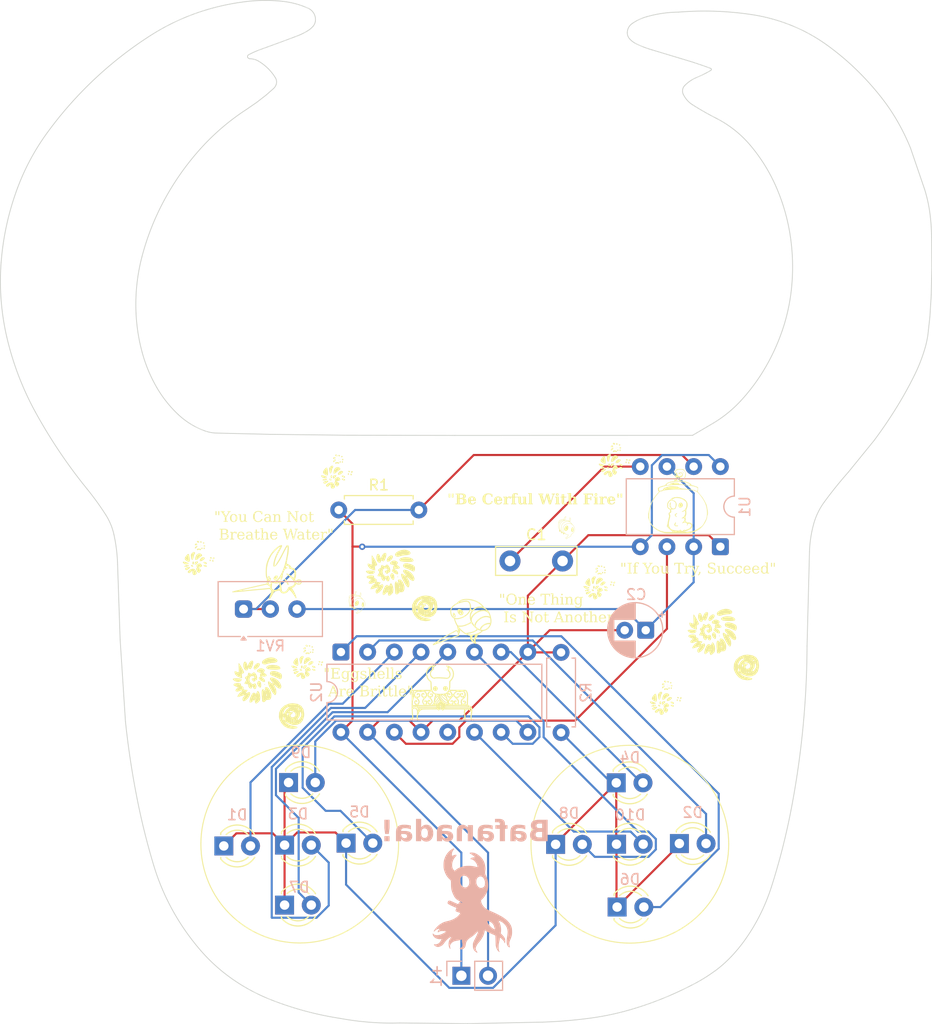
<source format=kicad_pcb>
(kicad_pcb (version 20241229) (generator "pcbnew") (generator_version "9.0")
  (layers (0 "F.Cu" signal) (2 "B.Cu" signal) (13 "F.Paste" user) (15 "B.Paste" user) (5 "F.SilkS" user "F.Silkscreen") (7 "B.SilkS" user "B.Silkscreen") (1 "F.Mask" user) (3 "B.Mask" user) (25 "Edge.Cuts" user))
  (net 0 "")
  (net 1 "GND")
  (net 2 "+5V")
  (net 3 "Net-(U1-CONT)")
  (net 4 "TR")
  (net 5 "Net-(LEDD1-A)")
  (net 6 "Net-(LEDD1-K)")
  (net 7 "Net-(LEDD2-A)")
  (net 8 "Net-(LEDD3-A)")
  (net 9 "Net-(LEDD4-A)")
  (net 10 "Net-(LEDD5-A)")
  (net 11 "Net-(LEDD6-A)")
  (net 12 "Net-(LEDD7-A)")
  (net 13 "Net-(LEDD8-A)")
  (net 14 "Net-(LEDD9-A)")
  (net 15 "Net-(LEDD10-A)")
  (net 16 "Net-(U1-DIS)")
  (net 17 "OUT")
  (footprint "LED_THT:LED_D3.0mm" (layer "F.Cu") (at 173.84 149.85)
    (property "Reference" "D6" (at 1.22 -2.63 -0) (layer "B.SilkS") (effects (justify mirror)))
    (property "Value" "LED")
    (pad "1" thru_hole rect (at 0 0) (size 1.8 1.8) (drill 0.9) (layers "*.Cu" "*.Mask") (net 6 "Net-(LEDD1-K)"))
    (pad "2" thru_hole circle (at 2.54 0) (size 1.8 1.8) (drill 0.9) (layers "*.Cu" "*.Mask") (net 11 "Net-(LEDD6-A)"))
  )
  (footprint "LOGO" (layer "F.Cu") (at 147.190036 108.290905)
    (property "Reference" "G***" (hide yes))
    (property "Value" "LOGO" (hide yes))
  )
  (footprint "LOGO" (layer "F.Cu") (at 142.17 118)
    (property "Reference" "G***" (hide yes))
    (property "Value" "LOGO" (hide yes))
  )
  (footprint "LOGO" (layer "F.Cu") (at 157.17 129.5)
    (property "Reference" "G***" (hide yes))
    (property "Value" "LOGO" (hide yes))
  )
  (footprint "LED_THT:LED_D3.0mm" (layer "F.Cu") (at 148.06 143.77)
    (property "Reference" "D5" (at 1.27 -2.96 -0) (layer "B.SilkS") (effects (justify mirror)))
    (property "Value" "LED")
    (pad "1" thru_hole rect (at 0 0) (size 1.8 1.8) (drill 0.9) (layers "*.Cu" "*.Mask") (net 6 "Net-(LEDD1-K)"))
    (pad "2" thru_hole circle (at 2.54 0) (size 1.8 1.8) (drill 0.9) (layers "*.Cu" "*.Mask") (net 10 "Net-(LEDD5-A)"))
  )
  (footprint "LED_THT:LED_D3.0mm" (layer "F.Cu") (at 167.99 143.89)
    (property "Reference" "D8" (at 1.27 -2.96 -0) (layer "B.SilkS") (effects (justify mirror)))
    (property "Value" "LED")
    (pad "1" thru_hole rect (at 0 0) (size 1.8 1.8) (drill 0.9) (layers "*.Cu" "*.Mask") (net 6 "Net-(LEDD1-K)"))
    (pad "2" thru_hole circle (at 2.54 0) (size 1.8 1.8) (drill 0.9) (layers "*.Cu" "*.Mask") (net 13 "Net-(LEDD8-A)"))
  )
  (footprint "LED_THT:LED_D3.0mm" (layer "F.Cu") (at 142.21 149.66)
    (property "Reference" "D7" (at 1.4 -1.7 -0) (layer "B.SilkS") (effects (justify mirror)))
    (property "Value" "LED")
    (pad "1" thru_hole rect (at 0 0) (size 1.8 1.8) (drill 0.9) (layers "*.Cu" "*.Mask") (net 6 "Net-(LEDD1-K)"))
    (pad "2" thru_hole circle (at 2.54 0) (size 1.8 1.8) (drill 0.9) (layers "*.Cu" "*.Mask") (net 12 "Net-(LEDD7-A)"))
  )
  (footprint "LOGO" (layer "F.Cu") (at 169.03 113.81)
    (property "Reference" "G***" (hide yes))
    (property "Value" "LOGO" (hide yes))
  )
  (footprint "LED_THT:LED_D3.0mm" (layer "F.Cu") (at 136.43 144.04)
    (property "Reference" "D1" (at 1.27 -2.96 -0) (layer "B.SilkS") (effects (justify mirror)))
    (property "Value" "LED")
    (pad "1" thru_hole rect (at 0 0) (size 1.8 1.8) (drill 0.9) (layers "*.Cu" "*.Mask") (net 6 "Net-(LEDD1-K)"))
    (pad "2" thru_hole circle (at 2.54 0) (size 1.8 1.8) (drill 0.9) (layers "*.Cu" "*.Mask") (net 5 "Net-(LEDD1-A)"))
  )
  (footprint "LOGO" (layer "F.Cu") (at 140.45 129.33)
    (property "Reference" "G***" (hide yes))
    (property "Value" "LOGO" (hide yes))
  )
  (footprint "LOGO" (layer "F.Cu") (at 172.150036 118.810905)
    (property "Reference" "G***" (hide yes))
    (property "Value" "LOGO" (hide yes))
  )
  (footprint "LOGO" (layer "F.Cu") (at 158.986949 122.757937)
    (property "Reference" "G***" (hide yes))
    (property "Value" "LOGO" (hide yes))
  )
  (footprint "LOGO" (layer "F.Cu") (at 144.370036 126.380905)
    (property "Reference" "G***" (hide yes))
    (property "Value" "LOGO" (hide yes))
  )
  (footprint "LED_THT:LED_D3.0mm" (layer "F.Cu") (at 179.76 143.81)
    (property "Reference" "D2" (at 1.27 -2.96 -0) (layer "B.SilkS") (effects (justify mirror)))
    (property "Value" "LED")
    (pad "1" thru_hole rect (at 0 0) (size 1.8 1.8) (drill 0.9) (layers "*.Cu" "*.Mask") (net 6 "Net-(LEDD1-K)"))
    (pad "2" thru_hole circle (at 2.54 0) (size 1.8 1.8) (drill 0.9) (layers "*.Cu" "*.Mask") (net 7 "Net-(LEDD2-A)"))
  )
  (footprint "LED_THT:LED_D3.0mm" (layer "F.Cu") (at 142.21 143.96)
    (property "Reference" "D3" (at 1.27 -2.96 -0) (layer "B.SilkS") (effects (justify mirror)))
    (property "Value" "LED")
    (pad "1" thru_hole rect (at 0 0) (size 1.8 1.8) (drill 0.9) (layers "*.Cu" "*.Mask") (net 6 "Net-(LEDD1-K)"))
    (pad "2" thru_hole circle (at 2.54 0) (size 1.8 1.8) (drill 0.9) (layers "*.Cu" "*.Mask") (net 8 "Net-(LEDD3-A)"))
  )
  (footprint "LOGO" (layer "F.Cu") (at 173.600036 107.180905)
    (property "Reference" "G***" (hide yes))
    (property "Value" "LOGO" (hide yes))
  )
  (footprint "LOGO" (layer "F.Cu") (at 149.1 120.93)
    (property "Reference" "G***" (hide yes))
    (property "Value" "LOGO" (hide yes))
  )
  (footprint "Capacitor_THT:C_Disc_D7.5mm_W2.5mm_P5.00mm" (layer "F.Cu") (at 163.65 116.95)
    (property "Reference" "C1" (at 2.5 -2.5 0) (layer "F.SilkS"))
    (property "Value" "0.01 uF")
    (pad "1" thru_hole circle (at 0 0) (size 2 2) (drill 1) (layers "*.Cu" "*.Mask") (net 3 "Net-(U1-CONT)"))
    (pad "2" thru_hole circle (at 5 0) (size 2 2) (drill 1) (layers "*.Cu" "*.Mask") (net 1 "GND"))
  )
  (footprint "LED_THT:LED_D3.0mm" (layer "F.Cu") (at 142.59 138.01)
    (property "Reference" "D9" (at 1.18 -2.85 -0) (layer "B.SilkS") (effects (justify mirror)))
    (property "Value" "LED")
    (pad "1" thru_hole rect (at 0 0) (size 1.8 1.8) (drill 0.9) (layers "*.Cu" "*.Mask") (net 6 "Net-(LEDD1-K)"))
    (pad "2" thru_hole circle (at 2.54 0) (size 1.8 1.8) (drill 0.9) (layers "*.Cu" "*.Mask") (net 14 "Net-(LEDD9-A)"))
  )
  (footprint "LOGO" (layer "F.Cu") (at 183.71 124.71)
    (property "Reference" "G***" (hide yes))
    (property "Value" "LOGO" (hide yes))
  )
  (footprint "LOGO" (layer "F.Cu") (at 179.592951 111.268013)
    (property "Reference" "G***" (hide yes))
    (property "Value" "LOGO" (hide yes))
  )
  (footprint "LED_THT:LED_D3.0mm" (layer "F.Cu") (at 173.76 138.04)
    (property "Reference" "D4" (at 1.3 -2.4 -0) (layer "B.SilkS") (effects (justify mirror)))
    (property "Value" "LED")
    (pad "1" thru_hole rect (at 0 0) (size 1.8 1.8) (drill 0.9) (layers "*.Cu" "*.Mask") (net 6 "Net-(LEDD1-K)"))
    (pad "2" thru_hole circle (at 2.54 0) (size 1.8 1.8) (drill 0.9) (layers "*.Cu" "*.Mask") (net 9 "Net-(LEDD4-A)"))
  )
  (footprint "LOGO" (layer "F.Cu") (at 134.040036 116.500905)
    (property "Reference" "G***" (hide yes))
    (property "Value" "LOGO" (hide yes))
  )
  (footprint "Resistor_THT:R_Axial_DIN0207_L6.3mm_D2.5mm_P7.62mm_Horizontal" (layer "F.Cu") (at 147.36 112.1)
    (property "Reference" "R1" (at 3.81 -2.37 0) (layer "F.SilkS"))
    (property "Value" "1k")
    (pad "1" thru_hole circle (at 0 0) (size 1.6 1.6) (drill 0.8) (layers "*.Cu" "*.Mask") (net 2 "+5V"))
    (pad "2" thru_hole circle (at 7.62 0) (size 1.6 1.6) (drill 0.8) (layers "*.Cu" "*.Mask") (net 16 "Net-(U1-DIS)"))
  )
  (footprint "LOGO" (layer "F.Cu") (at 178.470036 129.790905)
    (property "Reference" "G***" (hide yes))
    (property "Value" "LOGO" (hide yes))
  )
  (footprint "LED_THT:LED_D3.0mm" (layer "F.Cu") (at 173.78 143.873558)
    (property "Reference" "D10" (at 1.3 -2.783558 -0) (layer "B.SilkS") (effects (justify mirror)))
    (property "Value" "LED")
    (pad "1" thru_hole rect (at 0 0) (size 1.8 1.8) (drill 0.9) (layers "*.Cu" "*.Mask") (net 6 "Net-(LEDD1-K)"))
    (pad "2" thru_hole circle (at 2.54 0) (size 1.8 1.8) (drill 0.9) (layers "*.Cu" "*.Mask") (net 15 "Net-(LEDD10-A)"))
  )
  (footprint "LOGO" (layer "F.Cu") (at 179.75 112.54)
    (property "Reference" "G***" (hide yes))
    (property "Value" "LOGO" (hide yes))
  )
  (footprint "LOGO" (layer "F.Cu") (at 153.11 119.09)
    (property "Reference" "G***" (hide yes))
    (property "Value" "LOGO" (hide yes))
  )
  (footprint "Capacitor_THT:CP_Radial_D5.0mm_P2.00mm" (layer "B.Cu") (at 176.56 123.53 180)
    (property "Reference" "C2" (at 0.9 3.39 0) (layer "B.SilkS") (effects (justify mirror)))
    (property "Value" "1 uF")
    (pad "1" thru_hole roundrect (at 0 0 180) (size 1.6 1.6) (drill 0.8) (layers "*.Cu" "*.Mask") (roundrect_rratio 0.15625) (net 4 "TR"))
    (pad "2" thru_hole circle (at 2 0 180) (size 1.6 1.6) (drill 0.8) (layers "*.Cu" "*.Mask") (net 1 "GND"))
  )
  (footprint "Connector_PinHeader_2.54mm:PinHeader_1x02_P2.54mm_Vertical" (layer "B.Cu") (at 159.025 156.38 -90)
    (property "Reference" "+1" (at 0 2.38 90) (layer "B.SilkS") (effects (justify mirror)))
    (property "Value" "-" (hide yes))
    (pad "1" thru_hole rect (at 0 0 270) (size 1.7 1.7) (drill 1) (layers "*.Cu" "*.Mask") (net 2 "+5V"))
    (pad "2" thru_hole circle (at 0 -2.54 270) (size 1.7 1.7) (drill 1) (layers "*.Cu" "*.Mask") (net 1 "GND"))
  )
  (footprint "Package_DIP:DIP-8_W7.62mm" (layer "B.Cu") (at 183.66 115.595 90)
    (property "Reference" "U1" (at 3.81 2.33 90) (layer "B.SilkS") (effects (justify mirror)))
    (property "Value" "NE555P")
    (pad "1" thru_hole roundrect (at 0 0 90) (size 1.6 1.6) (drill 0.8) (layers "*.Cu" "*.Mask") (roundrect_rratio 0.15625) (net 1 "GND"))
    (pad "2" thru_hole circle (at 0 -2.54 90) (size 1.6 1.6) (drill 0.8) (layers "*.Cu" "*.Mask") (net 4 "TR"))
    (pad "3" thru_hole circle (at 0 -5.08 90) (size 1.6 1.6) (drill 0.8) (layers "*.Cu" "*.Mask") (net 17 "OUT"))
    (pad "4" thru_hole circle (at 0 -7.62 90) (size 1.6 1.6) (drill 0.8) (layers "*.Cu" "*.Mask") (net 2 "+5V"))
    (pad "5" thru_hole circle (at 7.62 -7.62 90) (size 1.6 1.6) (drill 0.8) (layers "*.Cu" "*.Mask") (net 3 "Net-(U1-CONT)"))
    (pad "6" thru_hole circle (at 7.62 -5.08 90) (size 1.6 1.6) (drill 0.8) (layers "*.Cu" "*.Mask") (net 4 "TR"))
    (pad "7" thru_hole circle (at 7.62 -2.54 90) (size 1.6 1.6) (drill 0.8) (layers "*.Cu" "*.Mask") (net 16 "Net-(U1-DIS)"))
    (pad "8" thru_hole circle (at 7.62 0 90) (size 1.6 1.6) (drill 0.8) (layers "*.Cu" "*.Mask") (net 2 "+5V"))
  )
  (footprint "Package_DIP:DIP-16_W7.62mm" (layer "B.Cu") (at 147.57 125.605 -90)
    (property "Reference" "U2" (at 3.81 2.33 90) (layer "B.SilkS") (effects (justify mirror)))
    (property "Value" "4017")
    (pad "1" thru_hole roundrect (at 0 0 270) (size 1.6 1.6) (drill 0.8) (layers "*.Cu" "*.Mask") (roundrect_rratio 0.15625) (net 11 "Net-(LEDD6-A)"))
    (pad "2" thru_hole circle (at 0 -2.54 270) (size 1.6 1.6) (drill 0.8) (layers "*.Cu" "*.Mask") (net 7 "Net-(LEDD2-A)"))
    (pad "3" thru_hole circle (at 0 -5.08 270) (size 1.6 1.6) (drill 0.8) (layers "*.Cu" "*.Mask") (net 5 "Net-(LEDD1-A)"))
    (pad "4" thru_hole circle (at 0 -7.62 270) (size 1.6 1.6) (drill 0.8) (layers "*.Cu" "*.Mask") (net 8 "Net-(LEDD3-A)"))
    (pad "5" thru_hole circle (at 0 -10.16 270) (size 1.6 1.6) (drill 0.8) (layers "*.Cu" "*.Mask") (net 12 "Net-(LEDD7-A)"))
    (pad "6" thru_hole circle (at 0 -12.7 270) (size 1.6 1.6) (drill 0.8) (layers "*.Cu" "*.Mask") (net 13 "Net-(LEDD8-A)"))
    (pad "7" thru_hole circle (at 0 -15.24 270) (size 1.6 1.6) (drill 0.8) (layers "*.Cu" "*.Mask") (net 9 "Net-(LEDD4-A)"))
    (pad "8" thru_hole circle (at 0 -17.78 270) (size 1.6 1.6) (drill 0.8) (layers "*.Cu" "*.Mask") (net 1 "GND"))
    (pad "9" thru_hole circle (at 7.62 -17.78 270) (size 1.6 1.6) (drill 0.8) (layers "*.Cu" "*.Mask") (net 14 "Net-(LEDD9-A)"))
    (pad "10" thru_hole circle (at 7.62 -15.24 270) (size 1.6 1.6) (drill 0.8) (layers "*.Cu" "*.Mask") (net 10 "Net-(LEDD5-A)"))
    (pad "11" thru_hole circle (at 7.62 -12.7 270) (size 1.6 1.6) (drill 0.8) (layers "*.Cu" "*.Mask") (net 15 "Net-(LEDD10-A)"))
    (pad "12" thru_hole circle (at 7.62 -10.16 270) (size 1.6 1.6) (drill 0.8) (layers "*.Cu" "*.Mask"))
    (pad "13" thru_hole circle (at 7.62 -7.62 270) (size 1.6 1.6) (drill 0.8) (layers "*.Cu" "*.Mask") (net 1 "GND"))
    (pad "14" thru_hole circle (at 7.62 -5.08 270) (size 1.6 1.6) (drill 0.8) (layers "*.Cu" "*.Mask") (net 17 "OUT"))
    (pad "15" thru_hole circle (at 7.62 -2.54 270) (size 1.6 1.6) (drill 0.8) (layers "*.Cu" "*.Mask") (net 1 "GND"))
    (pad "16" thru_hole circle (at 7.62 0 270) (size 1.6 1.6) (drill 0.8) (layers "*.Cu" "*.Mask") (net 2 "+5V"))
  )
  (footprint "LOGO" (layer "B.Cu") (at 160.132705 149.104067 180)
    (property "Reference" "G***" (hide yes))
    (property "Value" "LOGO" (hide yes))
  )
  (footprint "Potentiometer_THT:Potentiometer_Vishay_T93YA_Vertical" (layer "B.Cu") (at 138.31 121.52)
    (property "Reference" "RV1" (at 2.54 3.5 0) (layer "B.SilkS") (effects (justify mirror)))
    (property "Value" "50k")
    (pad "1" thru_hole roundrect (at 0 0) (size 1.65 1.65) (drill 0.85) (layers "*.Cu" "*.Mask") (net 16 "Net-(U1-DIS)"))
    (pad "2" thru_hole circle (at 2.54 0) (size 1.65 1.65) (drill 0.85) (layers "*.Cu" "*.Mask") (net 16 "Net-(U1-DIS)"))
    (pad "3" thru_hole circle (at 5.08 0) (size 1.65 1.65) (drill 0.85) (layers "*.Cu" "*.Mask") (net 4 "TR"))
  )
  (footprint "Resistor_THT:R_Axial_DIN0207_L6.3mm_D2.5mm_P7.62mm_Horizontal" (layer "B.Cu") (at 168.51 133.26 90)
    (property "Reference" "R2" (at 3.81 2.37 90) (layer "B.SilkS") (effects (justify mirror)))
    (property "Value" "220")
    (pad "1" thru_hole circle (at 0 0 90) (size 1.6 1.6) (drill 0.8) (layers "*.Cu" "*.Mask") (net 6 "Net-(LEDD1-K)"))
    (pad "2" thru_hole circle (at 7.62 0 90) (size 1.6 1.6) (drill 0.8) (layers "*.Cu" "*.Mask") (net 1 "GND"))
  )
  (gr_circle (center 175.05 143.873558) (end 184.453558 143.873558) (stroke (width 0.1)) (fill no) (layer "F.SilkS"))
  (gr_circle (center 143.653558 143.86) (end 141.283558 134.76) (stroke (width 0.1)) (fill no) (layer "F.SilkS"))
  (gr_arc (start 134.578247 104.56384) (mid 133.25898 103.918853) (end 132.094004 103.024814) (stroke (width 0.08)) (layer "Edge.Cuts"))
  (gr_line (start 203.715766 91.645831) (end 203.769632 89.208411) (stroke (width 0.08)) (layer "Edge.Cuts"))
  (gr_arc (start 193.533591 111.361783) (mid 194.652472 109.902631) (end 195.838879 108.497801) (stroke (width 0.08)) (layer "Edge.Cuts"))
  (gr_arc (start 171.336703 160.401256) (mid 169.050365 160.652031) (end 166.754421 160.787984) (stroke (width 0.08)) (layer "Edge.Cuts"))
  (gr_arc (start 145.13625 65.650015) (mid 145.058637 65.906153) (end 144.910948 66.129352) (stroke (width 0.08)) (layer "Edge.Cuts"))
  (gr_arc (start 129.770118 145.907561) (mid 128.903787 142.765972) (end 128.192551 139.585681) (stroke (width 0.08)) (layer "Edge.Cuts"))
  (gr_arc (start 130.777346 82.627477) (mid 132.346463 80.098122) (end 134.202147 77.770849) (stroke (width 0.08)) (layer "Edge.Cuts"))
  (gr_arc (start 180.975123 157.249905) (mid 176.794081 159.06174) (end 174.941714 159.649497) (stroke (width 0.08)) (layer "Edge.Cuts"))
  (gr_arc (start 188.50482 147.9661) (mid 187.478488 150.498945) (end 186.085464 152.850145) (stroke (width 0.08)) (layer "Edge.Cuts"))
  (gr_line (start 153.149966 160.864694) (end 159.607338 160.929779) (stroke (width 0.08)) (layer "Edge.Cuts"))
  (gr_arc (start 130.062341 100.468283) (mid 129.260204 98.855611) (end 128.674314 97.152417) (stroke (width 0.08)) (layer "Edge.Cuts"))
  (gr_arc (start 128.643152 88.035662) (mid 129.547189 85.267222) (end 130.777346 82.627477) (stroke (width 0.08)) (layer "Edge.Cuts"))
  (gr_arc (start 144.394516 66.557186) (mid 143.946654 66.802719) (end 143.48028 67.010599) (stroke (width 0.08)) (layer "Edge.Cuts"))
  (gr_line (start 182.751614 70.310867) (end 182.396088 70.515715) (stroke (width 0.08)) (layer "Edge.Cuts"))
  (gr_line (start 126.327061 117.277491) (end 126.568688 124.408411) (stroke (width 0.08)) (layer "Edge.Cuts"))
  (gr_arc (start 142.025678 63.747107) (mid 143.268181 63.98044) (end 144.458324 64.406839) (stroke (width 0.08)) (layer "Edge.Cuts"))
  (gr_arc (start 177.154016 68.358678) (mid 176.318024 68.073379) (end 175.671061 67.791394) (stroke (width 0.08)) (layer "Edge.Cuts"))
  (gr_arc (start 189.542409 95.056715) (mid 188.798493 96.909868) (end 187.869666 98.677596) (stroke (width 0.08)) (layer "Edge.Cuts"))
  (gr_arc (start 141.399686 71.684115) (mid 141.300733 71.874085) (end 141.161273 72.036939) (stroke (width 0.08)) (layer "Edge.Cuts"))
  (gr_arc (start 203.083417 81.609064) (mid 203.521321 83.434631) (end 203.632354 84.241532) (stroke (width 0.08)) (layer "Edge.Cuts"))
  (gr_arc (start 138.698527 69.05717) (mid 138.697853 68.928439) (end 138.782357 68.831354) (stroke (width 0.08)) (layer "Edge.Cuts"))
  (gr_arc (start 116.817736 81.47244) (mid 118.050448 78.756599) (end 119.640333 76.233181) (stroke (width 0.08)) (layer "Edge.Cuts"))
  (gr_line (start 203.58821 93.742468) (end 203.715766 91.645831) (stroke (width 0.08)) (layer "Edge.Cuts"))
  (gr_arc (start 134.202147 77.770849) (mid 136.259896 75.761864) (end 138.561821 74.038067) (stroke (width 0.08)) (layer "Edge.Cuts"))
  (gr_arc (start 179.693439 64.771604) (mid 184.302876 64.748617) (end 186.586025 64.998737) (stroke (width 0.08)) (layer "Edge.Cuts"))
  (gr_line (start 159.607338 160.929779) (end 166.754421 160.787984) (stroke (width 0.08)) (layer "Edge.Cuts"))
  (gr_arc (start 190.329328 86.184817) (mid 190.528489 88.713401) (end 190.40297 91.246709) (stroke (width 0.08)) (layer "Edge.Cuts"))
  (gr_line (start 126.568688 124.408411) (end 127.076071 132.218209) (stroke (width 0.08)) (layer "Edge.Cuts"))
  (gr_arc (start 183.124286 155.932169) (mid 182.077506 156.63693) (end 180.974466 157.249905) (stroke (width 0.08)) (layer "Edge.Cuts"))
  (gr_arc (start 190.372044 140.679656) (mid 189.546282 144.350515) (end 188.50482 147.9661) (stroke (width 0.08)) (layer "Edge.Cuts"))
  (gr_arc (start 186.085464 152.850145) (mid 185.420241 153.730457) (end 184.691239 154.558725) (stroke (width 0.08)) (layer "Edge.Cuts"))
  (gr_line (start 182.91484 103.887153) (end 181.007338 105.008411) (stroke (width 0.08)) (layer "Edge.Cuts"))
  (gr_arc (start 128.08154 93.391097) (mid 128.159894 90.692148) (end 128.643152 88.035662) (stroke (width 0.08)) (layer "Edge.Cuts"))
  (gr_arc (start 134.807344 64.546529) (mid 136.661735 64.07825) (end 138.54928 63.769664) (stroke (width 0.08)) (layer "Edge.Cuts"))
  (gr_arc (start 197.08387 70.731409) (mid 198.08025 71.810035) (end 199.016066 72.941607) (stroke (width 0.08)) (layer "Edge.Cuts"))
  (gr_line (start 158.407338 105.013802) (end 147.881713 104.992237) (stroke (width 0.08)) (layer "Edge.Cuts"))
  (gr_arc (start 187.869666 98.677596) (mid 186.809016 100.268827) (end 185.585607 101.738611) (stroke (width 0.08)) (layer "Edge.Cuts"))
  (gr_arc (start 203.139392 96.665369) (mid 202.692587 97.991042) (end 202.129435 99.271629) (stroke (width 0.08)) (layer "Edge.Cuts"))
  (gr_arc (start 188.96737 81.389887) (mid 189.809333 83.741626) (end 190.329328 86.184817) (stroke (width 0.08)) (layer "Edge.Cuts"))
  (gr_arc (start 200.514534 75.169479) (mid 201.172481 76.412016) (end 201.745424 77.695862) (stroke (width 0.08)) (layer "Edge.Cuts"))
  (gr_arc (start 186.518682 77.444495) (mid 187.885911 79.32851) (end 188.96737 81.389887) (stroke (width 0.08)) (layer "Edge.Cuts"))
  (gr_line (start 140.846046 104.910561) (end 135.747013 104.790422) (stroke (width 0.08)) (layer "Edge.Cuts"))
  (gr_arc (start 200.444859 102.312664) (mid 199.403094 103.920942) (end 198.291659 105.481927) (stroke (width 0.08)) (layer "Edge.Cuts"))
  (gr_arc (start 140.983583 158.68882) (mid 139.067126 157.808062) (end 137.26777 156.70767) (stroke (width 0.08)) (layer "Edge.Cuts"))
  (gr_line (start 191.904687 125.041967) (end 192.136348 116.072633) (stroke (width 0.08)) (layer "Edge.Cuts"))
  (gr_arc (start 182.807338 70.214556) (mid 182.792395 70.270189) (end 182.751603 70.310848) (stroke (width 0.08)) (layer "Edge.Cuts"))
  (gr_arc (start 131.706516 150.412) (mid 130.611611 148.214241) (end 129.770118 145.907544) (stroke (width 0.08)) (layer "Edge.Cuts"))
  (gr_arc (start 118.510336 102.791352) (mid 116.902287 99.312593) (end 115.785718 95.646414) (stroke (width 0.08)) (layer "Edge.Cuts"))
  (gr_arc (start 135.747013 104.790422) (mid 135.153259 104.72494) (end 134.578247 104.56384) (stroke (width 0.08)) (layer "Edge.Cuts"))
  (gr_arc (start 125.980377 114.4437) (mid 126.208433 115.755864) (end 126.327061 117.277491) (stroke (width 0.08)) (layer "Edge.Cuts"))
  (gr_line (start 203.449062 94.986378) (end 203.58821 93.742468) (stroke (width 0.08)) (layer "Edge.Cuts"))
  (gr_arc (start 128.674314 97.152417) (mid 128.274502 95.288056) (end 128.08154 93.391097) (stroke (width 0.08)) (layer "Edge.Cuts"))
  (gr_arc (start 199.016066 72.941607) (mid 199.805138 74.028748) (end 200.514534 75.169479) (stroke (width 0.08)) (layer "Edge.Cuts"))
  (gr_line (start 181.019134 69.524221) (end 181.955463 69.837314) (stroke (width 0.08)) (layer "Edge.Cuts"))
  (gr_arc (start 123.430885 110.109107) (mid 120.805308 106.561381) (end 118.510336 102.791352) (stroke (width 0.08)) (layer "Edge.Cuts"))
  (gr_line (start 181.007338 105.008411) (end 158.407338 105.013802) (stroke (width 0.08)) (layer "Edge.Cuts"))
  (gr_arc (start 138.782357 68.831354) (mid 139.288018 68.580397) (end 139.976518 68.30311) (stroke (width 0.08)) (layer "Edge.Cuts"))
  (gr_arc (start 138.918366 69.208411) (mid 139.351276 69.267928) (end 139.752076 69.442039) (stroke (width 0.08)) (layer "Edge.Cuts"))
  (gr_arc (start 115.251468 88.573219) (mid 115.784023 84.967557) (end 116.817736 81.47244) (stroke (width 0.08)) (layer "Edge.Cuts"))
  (gr_arc (start 134.24591 153.993788) (mid 132.888097 152.265366) (end 131.706516 150.412) (stroke (width 0.08)) (layer "Edge.Cuts"))
  (gr_arc (start 185.585607 101.738611) (mid 184.328814 102.910575) (end 182.91484 103.887153) (stroke (width 0.08)) (layer "Edge.Cuts"))
  (gr_arc (start 191.904687 125.042088) (mid 191.102127 136.299143) (end 190.372044 140.679656) (stroke (width 0.08)) (layer "Edge.Cuts"))
  (gr_arc (start 180.133975 72.589959) (mid 180.071326 72.144057) (end 180.277064 71.743532) (stroke (width 0.08)) (layer "Edge.Cuts"))
  (gr_line (start 182.396088 70.515715) (end 181.943893 70.745197) (stroke (width 0.08)) (layer "Edge.Cuts"))
  (gr_arc (start 138.918366 69.208411) (mid 138.784933 69.16696) (end 138.698527 69.05717) (stroke (width 0.08)) (layer "Edge.Cuts"))
  (gr_line (start 203.769632 89.208411) (end 203.753132 86.175251) (stroke (width 0.08)) (layer "Edge.Cuts"))
  (gr_arc (start 123.430885 110.109107) (mid 124.351712 111.31093) (end 125.202619 112.563232) (stroke (width 0.08)) (layer "Edge.Cuts"))
  (gr_arc (start 132.094004 103.024814) (mid 130.985461 101.820226) (end 130.062341 100.468283) (stroke (width 0.08)) (layer "Edge.Cuts"))
  (gr_arc (start 139.752076 69.442039) (mid 140.230611 69.773579) (end 140.666434 70.159549) (stroke (width 0.08)) (layer "Edge.Cuts"))
  (gr_line (start 181.943893 70.745197) (end 181.274924 71.041227) (stroke (width 0.08)) (layer "Edge.Cuts"))
  (gr_arc (start 140.666434 70.159549) (mid 141.030137 70.569669) (end 141.341194 71.021024) (stroke (width 0.08)) (layer "Edge.Cuts"))
  (gr_arc (start 138.549276 63.769657) (mid 140.28684 63.660136) (end 142.025678 63.747107) (stroke (width 0.08)) (layer "Edge.Cuts"))
  (gr_arc (start 115.785718 95.646414) (mid 115.250066 92.130099) (end 115.251468 88.573219) (stroke (width 0.08)) (layer "Edge.Cuts"))
  (gr_arc (start 144.458324 64.406839) (mid 145.006148 64.914531) (end 145.13625 65.650015) (stroke (width 0.08)) (layer "Edge.Cuts"))
  (gr_arc (start 175.671061 67.791394) (mid 175.329473 67.585429) (end 175.032966 67.318619) (stroke (width 0.08)) (layer "Edge.Cuts"))
  (gr_line (start 139.568479 73.345262) (end 140.459477 72.653348) (stroke (width 0.08)) (layer "Edge.Cuts"))
  (gr_arc (start 153.149966 160.864694) (mid 150.304427 160.7981) (end 147.482031 160.429854) (stroke (width 0.08)) (layer "Edge.Cuts"))
  (gr_line (start 181.955463 69.837314) (end 182.742049 70.121621) (stroke (width 0.08)) (layer "Edge.Cuts"))
  (gr_arc (start 175.269856 65.858869) (mid 175.926254 65.480803) (end 176.635033 65.213551) (stroke (width 0.08)) (layer "Edge.Cuts"))
  (gr_line (start 147.881713 104.992237) (end 140.846046 104.910561) (stroke (width 0.08)) (layer "Edge.Cuts"))
  (gr_arc (start 176.635465 65.215053) (mid 178.149398 64.889516) (end 179.693439 64.771604) (stroke (width 0.08)) (layer "Edge.Cuts"))
  (gr_arc (start 147.482031 160.429854) (mid 144.184889 159.738192) (end 140.983583 158.688821) (stroke (width 0.08)) (layer "Edge.Cuts"))
  (gr_line (start 140.459477 72.653348) (end 141.161273 72.036939) (stroke (width 0.08)) (layer "Edge.Cuts"))
  (gr_line (start 195.838879 108.497801) (end 198.291659 105.481927) (stroke (width 0.08)) (layer "Edge.Cuts"))
  (gr_arc (start 174.807338 66.739472) (mid 174.930013 66.242141) (end 175.269856 65.858869) (stroke (width 0.08)) (layer "Edge.Cuts"))
  (gr_arc (start 175.032966 67.318619) (mid 174.86575 67.050243) (end 174.807338 66.739472) (stroke (width 0.08)) (layer "Edge.Cuts"))
  (gr_arc (start 183.26521 74.862183) (mid 185.021376 75.990268) (end 186.518682 77.444495) (stroke (width 0.08)) (layer "Edge.Cuts"))
  (gr_arc (start 192.136348 116.072632) (mid 192.258189 114.731745) (end 192.539875 113.41513) (stroke (width 0.08)) (layer "Edge.Cuts"))
  (gr_arc (start 190.405636 66.033633) (mid 192.158234 66.864514) (end 193.797607 67.901055) (stroke (width 0.08)) (layer "Edge.Cuts"))
  (gr_arc (start 128.192551 139.585702) (mid 127.551243 135.914544) (end 127.076069 132.218209) (stroke (width 0.08)) (layer "Edge.Cuts"))
  (gr_arc (start 137.267774 156.70767) (mid 135.672855 155.444449) (end 134.246295 153.993788) (stroke (width 0.08)) (layer "Edge.Cuts"))
  (gr_line (start 139.976518 68.30311) (end 141.89433 67.604687) (stroke (width 0.08)) (layer "Edge.Cuts"))
  (gr_arc (start 180.277064 71.743532) (mid 180.804654 71.307307) (end 181.274924 71.041227) (stroke (width 0.08)) (layer "Edge.Cuts"))
  (gr_arc (start 203.632354 84.241532) (mid 203.714267 85.206966) (end 203.753132 86.175251) (stroke (width 0.08)) (layer "Edge.Cuts"))
  (gr_arc (start 129.45512 66.997841) (mid 132.04561 65.585243) (end 134.807338 64.546529) (stroke (width 0.08)) (layer "Edge.Cuts"))
  (gr_arc (start 182.742049 70.121621) (mid 182.78957 70.158068) (end 182.807338 70.214556) (stroke (width 0.08)) (layer "Edge.Cuts"))
  (gr_arc (start 144.910948 66.129352) (mid 144.668727 66.362577) (end 144.394516 66.557186) (stroke (width 0.08)) (layer "Edge.Cuts"))
  (gr_arc (start 202.129435 99.271629) (mid 201.32285 100.811924) (end 200.444859 102.312664) (stroke (width 0.08)) (layer "Edge.Cuts"))
  (gr_arc (start 124.12559 71.15084) (mid 126.693742 68.950357) (end 129.45512 66.997841) (stroke (width 0.08)) (layer "Edge.Cuts"))
  (gr_arc (start 141.341194 71.021024) (mid 141.447079 71.345806) (end 141.399686 71.684115) (stroke (width 0.08)) (layer "Edge.Cuts"))
  (gr_arc (start 174.941714 159.649497) (mid 173.152611 160.089646) (end 171.336703 160.401256) (stroke (width 0.08)) (layer "Edge.Cuts"))
  (gr_arc (start 193.797607 67.901055) (mid 195.502069 69.245022) (end 197.08387 70.731409) (stroke (width 0.08)) (layer "Edge.Cuts"))
  (gr_line (start 141.89433 67.604687) (end 143.48028 67.010599) (stroke (width 0.08)) (layer "Edge.Cuts"))
  (gr_line (start 177.154016 68.358678) (end 179.907338 69.187471) (stroke (width 0.08)) (layer "Edge.Cuts"))
  (gr_line (start 138.561821 74.038067) (end 139.568479 73.345262) (stroke (width 0.08)) (layer "Edge.Cuts"))
  (gr_line (start 203.083417 81.609064) (end 201.745424 77.695862) (stroke (width 0.08)) (layer "Edge.Cuts"))
  (gr_arc (start 186.586025 64.998737) (mid 188.526278 65.403808) (end 190.405636 66.033633) (stroke (width 0.08)) (layer "Edge.Cuts"))
  (gr_arc (start 190.40297 91.246709) (mid 190.076218 93.175096) (end 189.542409 95.056715) (stroke (width 0.08)) (layer "Edge.Cuts"))
  (gr_arc (start 183.26521 74.862183) (mid 182.125511 74.247994) (end 181.015556 73.581556) (stroke (width 0.08)) (layer "Edge.Cuts"))
  (gr_arc (start 192.539875 113.415139) (mid 192.944149 112.343655) (end 193.533591 111.361783) (stroke (width 0.08)) (layer "Edge.Cuts"))
  (gr_arc (start 184.691239 154.558725) (mid 183.940587 155.283134) (end 183.129008 155.938563) (stroke (width 0.08)) (layer "Edge.Cuts"))
  (gr_arc (start 119.640333 76.233181) (mid 121.76499 73.587899) (end 124.12559 71.15084) (stroke (width 0.08)) (layer "Edge.Cuts"))
  (gr_arc (start 203.449062 94.986378) (mid 203.289452 96.065111) (end 203.139392 96.665369) (stroke (width 0.08)) (layer "Edge.Cuts"))
  (gr_line (start 179.907338 69.187471) (end 181.019134 69.524221) (stroke (width 0.08)) (layer "Edge.Cuts"))
  (gr_arc (start 181.015556 73.581556) (mid 180.50487 73.147898) (end 180.133975 72.589959) (stroke (width 0.08)) (layer "Edge.Cuts"))
  (gr_arc (start 125.202619 112.563232) (mid 125.674528 113.469125) (end 125.980377 114.4437) (stroke (width 0.08)) (layer "Edge.Cuts"))
  (gr_text "{dblquote}Be Cerful With Fire{dblquote}" (at 157.68 111.73 0) (layer "F.SilkS") (effects (font (size 1 1) (thickness 0.2) (bold yes)) (justify left bottom)))
  (gr_text "{dblquote}If You Try, Succeed{dblquote}\n" (at 174.11 118.31 0) (layer "F.SilkS") (effects (font (size 1 1) (thickness 0.1)) (justify left bottom)))
  (gr_text "{dblquote}Eggshells \n Are Brittle{dblquote}\n\n" (at 145.9 131.67 0) (layer "F.SilkS") (effects (font (size 1 1) (thickness 0.1)) (justify left bottom)))
  (gr_text "{dblquote}One Thing \n Is Not Another{dblquote}\n\n" (at 162.58 124.62 0) (layer "F.SilkS") (effects (font (size 1 1) (thickness 0.1)) (justify left bottom)))
  (gr_text "{dblquote}You Can Not \n Breathe Water{dblquote}\n" (at 135.5 115.08 0) (layer "F.SilkS") (effects (font (size 1 1) (thickness 0.1)) (justify left bottom)))
  (gr_text "Bafanada!" (at 159.4 142.76 -0) (layer "B.SilkS") (effects (font (size 2 2) (thickness 0.2) (bold yes) (italic yes)) (justify mirror)))
  (segment (start 151.211 132.124) (end 154.089 132.124) (width 0.2) (layer "F.Cu") (net 1))
  (segment (start 165.385 125.64) (end 165.35 125.605) (width 0.2) (layer "F.Cu") (net 1))
  (segment (start 168.51 125.64) (end 165.385 125.64) (width 0.2) (layer "F.Cu") (net 1))
  (segment (start 182.559 114.494) (end 183.66 115.595) (width 0.2) (layer "F.Cu") (net 1))
  (segment (start 168.65 116.95) (end 171.106 114.494) (width 0.2) (layer "F.Cu") (net 1))
  (segment (start 174.56 123.53) (end 167.425 123.53) (width 0.2) (layer "F.Cu") (net 1))
  (segment (start 154.089 132.124) (end 155.19 133.225) (width 0.2) (layer "F.Cu") (net 1))
  (segment (start 165.35 120.25) (end 165.35 125.605) (width 0.2) (layer "F.Cu") (net 1))
  (segment (start 167.425 123.53) (end 165.35 125.605) (width 0.2) (layer "F.Cu") (net 1))
  (segment (start 168.65 116.95) (end 165.35 120.25) (width 0.2) (layer "F.Cu") (net 1))
  (segment (start 171.106 114.494) (end 182.559 114.494) (width 0.2) (layer "F.Cu") (net 1))
  (segment (start 158.831 132.124) (end 165.35 125.605) (width 0.2) (layer "F.Cu") (net 1))
  (segment (start 150.11 133.225) (end 151.211 132.124) (width 0.2) (layer "F.Cu") (net 1))
  (segment (start 156.291 132.124) (end 158.831 132.124) (width 0.2) (layer "F.Cu") (net 1))
  (segment (start 155.19 133.225) (end 156.291 132.124) (width 0.2) (layer "F.Cu") (net 1))
  (segment (start 161.565 156.38) (end 161.565 144.68) (width 0.2) (layer "B.Cu") (net 1))
  (segment (start 161.565 144.68) (end 150.11 133.225) (width 0.2) (layer "B.Cu") (net 1))
  (segment (start 148.671 113.411) (end 148.671 115.58) (width 0.2) (layer "F.Cu") (net 2))
  (segment (start 147.36 112.1) (end 148.671 113.411) (width 0.2) (layer "F.Cu") (net 2))
  (segment (start 148.671 132.124) (end 147.57 133.225) (width 0.2) (layer "F.Cu") (net 2))
  (segment (start 149.595 115.595) (end 149.58 115.58) (width 0.2) (layer "F.Cu") (net 2))
  (segment (start 148.671 115.58) (end 148.671 132.124) (width 0.2) (layer "F.Cu") (net 2))
  (segment (start 149.58 115.58) (end 148.671 115.58) (width 0.2) (layer "F.Cu") (net 2))
  (via (at 149.595 115.595) (size 0.6) (drill 0.3) (layers "F.Cu" "B.Cu") (net 2))
  (segment (start 183.66 107.975) (end 182.559 106.874) (width 0.2) (layer "B.Cu") (net 2))
  (segment (start 159.025 144.68) (end 147.57 133.225) (width 0.2) (layer "B.Cu") (net 2))
  (segment (start 178.12395 106.874) (end 177.141 107.85695) (width 0.2) (layer "B.Cu") (net 2))
  (segment (start 177.141 107.85695) (end 177.141 114.494) (width 0.2) (layer "B.Cu") (net 2))
  (segment (start 182.559 106.874) (end 178.12395 106.874) (width 0.2) (layer "B.Cu") (net 2))
  (segment (start 176.04 115.595) (end 149.595 115.595) (width 0.2) (layer "B.Cu") (net 2))
  (segment (start 159.025 156.38) (end 159.025 144.68) (width 0.2) (layer "B.Cu") (net 2))
  (segment (start 177.141 114.494) (end 176.04 115.595) (width 0.2) (layer "B.Cu") (net 2))
  (segment (start 176.04 115.595) (end 176.04 115.63295) (width 0.2) (layer "B.Cu") (net 2))
  (segment (start 163.65 116.95) (end 172.625 107.975) (width 0.2) (layer "F.Cu") (net 3))
  (segment (start 172.625 107.975) (end 176.04 107.975) (width 0.2) (layer "F.Cu") (net 3))
  (segment (start 174.55 121.52) (end 143.39 121.52) (width 0.2) (layer "B.Cu") (net 4))
  (segment (start 181.12 115.595) (end 181.12 110.515) (width 0.2) (layer "B.Cu") (net 4))
  (segment (start 176.56 123.53) (end 174.55 121.52) (width 0.2) (layer "B.Cu") (net 4))
  (segment (start 181.12 118.97) (end 176.56 123.53) (width 0.2) (layer "B.Cu") (net 4))
  (segment (start 181.12 110.515) (end 178.58 107.975) (width 0.2) (layer "B.Cu") (net 4))
  (segment (start 181.12 115.595) (end 181.12 118.97) (width 0.2) (layer "B.Cu") (net 4))
  (segment (start 147.735 130.52) (end 146.44955 130.52) (width 0.2) (layer "B.Cu") (net 5))
  (segment (start 138.97 137.99955) (end 138.97 144.04) (width 0.2) (layer "B.Cu") (net 5))
  (segment (start 146.44955 130.52) (end 138.97 137.99955) (width 0.2) (layer "B.Cu") (net 5))
  (segment (start 152.65 125.605) (end 147.735 130.52) (width 0.2) (layer "B.Cu") (net 5))
  (segment (start 173.84 149.85) (end 179.76 143.93) (width 0.2) (layer "F.Cu") (net 6))
  (segment (start 148.06 143.77) (end 148.56 143.77) (width 0.2) (layer "F.Cu") (net 6))
  (segment (start 143.411 142.759) (end 147.049 142.759) (width 0.2) (layer "F.Cu") (net 6))
  (segment (start 142.383558 143.86) (end 142.383558 143.933558) (width 0.2) (layer "F.Cu") (net 6))
  (segment (start 173.78 149.97) (end 173.88 150.07) (width 0.2) (layer "F.Cu") (net 6))
  (segment (start 136.43 144.04) (end 137.631 142.839) (width 0.2) (layer "F.Cu") (net 6))
  (segment (start 142.21 143.96) (end 143.411 142.759) (width 0.2) (layer "F.Cu") (net 6))
  (segment (start 173.76 143.853558) (end 173.78 143.873558) (width 0.2) (layer "F.Cu") (net 6))
  (segment (start 137.631 142.839) (end 141.089 142.839) (width 0.2) (layer "F.Cu") (net 6))
  (segment (start 142.383558 143.933558) (end 142.34 143.977116) (width 0.2) (layer "F.Cu") (net 6))
  (segment (start 142.21 143.96) (end 142.21 149.66) (width 0.2) (layer "F.Cu") (net 6))
  (segment (start 167.99 143.89) (end 167.99 143.81) (width 0.2) (layer "F.Cu") (net 6))
  (segment (start 142.21 138.39) (end 142.59 138.01) (width 0.2) (layer "F.Cu") (net 6))
  (segment (start 141.089 142.839) (end 142.21 143.96) (width 0.2) (layer "F.Cu") (net 6))
  (segment (start 142.35 143.826442) (end 142.383558 143.86) (width 0.2) (layer "F.Cu") (net 6))
  (segment (start 173.76 138.04) (end 173.76 143.853558) (width 0.2) (layer "F.Cu") (net 6))
  (segment (start 147.049 142.759) (end 148.06 143.77) (width 0.2) (layer "F.Cu") (net 6))
  (segment (start 173.78 143.873558) (end 173.78 149.79) (width 0.2) (layer "F.Cu") (net 6))
  (segment (start 173.78 149.79) (end 173.84 149.85) (width 0.2) (layer "F.Cu") (net 6))
  (segment (start 174.01 143.643558) (end 173.78 143.873558) (width 0.2) (layer "F.Cu") (net 6))
  (segment (start 142.21 143.96) (end 142.21 138.39) (width 0.2) (layer "F.Cu") (net 6))
  (segment (start 179.76 143.93) (end 179.76 143.81) (width 0.2) (layer "F.Cu") (net 6))
  (segment (start 167.99 143.81) (end 173.76 138.04) (width 0.2) (layer "F.Cu") (net 6))
  (segment (start 157.874 157.531) (end 162.04176 157.531) (width 0.2) (layer "B.Cu") (net 6))
  (segment (start 162.04176 157.531) (end 167.99 151.58276) (width 0.2) (layer "B.Cu") (net 6))
  (segment (start 148.06 147.717) (end 157.874 157.531) (width 0.2) (layer "B.Cu") (net 6))
  (segment (start 173.76 138.04) (end 173.29 138.04) (width 0.2) (layer "B.Cu") (net 6))
  (segment (start 167.99 151.58276) (end 167.99 143.89) (width 0.2) (layer "B.Cu") (net 6))
  (segment (start 148.06 143.77) (end 148.06 147.717) (width 0.2) (layer "B.Cu") (net 6))
  (segment (start 173.29 138.04) (end 168.51 133.26) (width 0.2) (layer "B.Cu") (net 6))
  (segment (start 150.11 125.605) (end 151.211 124.504) (width 0.2) (layer "B.Cu") (net 7))
  (segment (start 182.3 140.99795) (end 182.3 143.81) (width 0.2) (layer "B.Cu") (net 7))
  (segment (start 151.211 124.504) (end 165.80605 124.504) (width 0.2) (layer "B.Cu") (net 7))
  (segment (start 165.80605 124.504) (end 182.3 140.99795) (width 0.2) (layer "B.Cu") (net 7))
  (segment (start 140.988 150.84) (end 141.009 150.861) (width 0.2) (layer "B.Cu") (net 8))
  (segment (start 140.988 136.54865) (end 140.988 150.84) (width 0.2) (layer "B.Cu") (net 8))
  (segment (start 146.40795 145.61795) (end 144.75 143.96) (width 0.2) (layer "B.Cu") (net 8))
  (segment (start 141.009 150.861) (end 145.247471 150.861) (width 0.2) (layer "B.Cu") (net 8))
  (segment (start 146.40795 149.700521) (end 146.40795 145.61795) (width 0.2) (layer "B.Cu") (net 8))
  (segment (start 145.247471 150.861) (end 146.40795 149.700521) (width 0.2) (layer "B.Cu") (net 8))
  (segment (start 149.874 130.921) (end 146.61565 130.921) (width 0.2) (layer "B.Cu") (net 8))
  (segment (start 146.61565 130.921) (end 140.988 136.54865) (width 0.2) (layer "B.Cu") (net 8))
  (segment (start 155.19 125.605) (end 149.874 130.921) (width 0.2) (layer "B.Cu") (net 8))
  (segment (start 176.162 138.04) (end 176.3 138.04) (width 0.2) (layer "B.Cu") (net 9))
  (segment (start 163.727 125.605) (end 176.162 138.04) (width 0.2) (layer "B.Cu") (net 9))
  (segment (start 162.81 125.605) (end 163.727 125.605) (width 0.2) (layer "B.Cu") (net 9))
  (segment (start 165.40505 131.723) (end 146.94785 131.723) (width 0.2) (layer "B.Cu") (net 10))
  (segment (start 146.94785 131.723) (end 143.929 134.74185) (width 0.2) (layer "B.Cu") (net 10))
  (segment (start 143.929 138.507471) (end 146.122579 140.70105) (width 0.2) (layer "B.Cu") (net 10))
  (segment (start 146.122579 140.70105) (end 147.53105 140.70105) (width 0.2) (layer "B.Cu") (net 10))
  (segment (start 143.929 134.74185) (end 143.929 138.507471) (width 0.2) (layer "B.Cu") (net 10))
  (segment (start 165.80605 134.326) (end 166.451 133.68105) (width 0.2) (layer "B.Cu") (net 10))
  (segment (start 163.911 134.326) (end 165.80605 134.326) (width 0.2) (layer "B.Cu") (net 10))
  (segment (start 166.451 133.68105) (end 166.451 132.76895) (width 0.2) (layer "B.Cu") (net 10))
  (segment (start 162.81 133.225) (end 163.911 134.326) (width 0.2) (layer "B.Cu") (net 10))
  (segment (start 166.451 132.76895) (end 165.40505 131.723) (width 0.2) (layer "B.Cu") (net 10))
  (segment (start 147.53105 140.70105) (end 150.6 143.77) (width 0.2) (layer "B.Cu") (net 10))
  (segment (start 149.072 124.103) (end 168.53005 124.103) (width 0.2) (layer "B.Cu") (net 11))
  (segment (start 183.501 139.07395) (end 183.501 144.307471) (width 0.2) (layer "B.Cu") (net 11))
  (segment (start 183.501 144.307471) (end 177.958471 149.85) (width 0.2) (layer "B.Cu") (net 11))
  (segment (start 177.958471 149.85) (end 176.38 149.85) (width 0.2) (layer "B.Cu") (net 11))
  (segment (start 147.57 125.605) (end 149.072 124.103) (width 0.2) (layer "B.Cu") (net 11))
  (segment (start 168.53005 124.103) (end 183.501 139.07395) (width 0.2) (layer "B.Cu") (net 11))
  (segment (start 152.013 131.322) (end 146.78175 131.322) (width 0.2) (layer "B.Cu") (net 12))
  (segment (start 143.549 148.459) (end 144.75 149.66) (width 0.2) (layer "B.Cu") (net 12))
  (segment (start 141.389 136.71475) (end 141.389 139.211) (width 0.2) (layer "B.Cu") (net 12))
  (segment (start 157.73 125.605) (end 152.013 131.322) (width 0.2) (layer "B.Cu") (net 12))
  (segment (start 146.78175 131.322) (end 141.389 136.71475) (width 0.2) (layer "B.Cu") (net 12))
  (segment (start 143.549 141.371) (end 143.549 148.459) (width 0.2) (layer "B.Cu") (net 12))
  (segment (start 141.389 139.211) (end 143.549 141.371) (width 0.2) (layer "B.Cu") (net 12))
  (segment (start 177.521 144.371029) (end 176.817471 145.074558) (width 0.2) (layer "B.Cu") (net 13))
  (segment (start 177.521 143.376087) (end 177.521 144.371029) (width 0.2) (layer "B.Cu") (net 13))
  (segment (start 166.852 132.187) (end 166.852 133.702029) (width 0.2) (layer "B.Cu") (net 13))
  (segment (start 171.714558 145.074558) (end 170.53 143.89) (width 0.2) (layer "B.Cu") (net 13))
  (segment (start 160.27 125.605) (end 166.852 132.187) (width 0.2) (layer "B.Cu") (net 13))
  (segment (start 175.822529 142.672558) (end 176.817471 142.672558) (width 0.2) (layer "B.Cu") (net 13))
  (segment (start 166.852 133.702029) (end 175.822529 142.672558) (width 0.2) (layer "B.Cu") (net 13))
  (segment (start 176.817471 145.074558) (end 171.714558 145.074558) (width 0.2) (layer "B.Cu") (net 13))
  (segment (start 176.817471 142.672558) (end 177.521 143.376087) (width 0.2) (layer "B.Cu") (net 13))
  (segment (start 164.249 132.124) (end 147.11395 132.124) (width 0.2) (layer "B.Cu") (net 14))
  (segment (start 145.13 134.10795) (end 145.13 138.01) (width 0.2) (layer "B.Cu") (net 14))
  (segment (start 165.35 133.225) (end 164.249 132.124) (width 0.2) (layer "B.Cu") (net 14))
  (segment (start 147.11395 132.124) (end 145.13 134.10795) (width 0.2) (layer "B.Cu") (net 14))
  (segment (start 175.119 142.672558) (end 176.32 143.873558) (width 0.2) (layer "B.Cu") (net 15))
  (segment (start 160.27 133.225) (end 169.717558 142.672558) (width 0.2) (layer "B.Cu") (net 15))
  (segment (start 169.717558 142.672558) (end 175.119 142.672558) (width 0.2) (layer "B.Cu") (net 15))
  (segment (start 160.206 106.874) (end 180.019 106.874) (width 0.2) (layer "F.Cu") (net 16))
  (segment (start 180.019 106.874) (end 181.12 107.975) (width 0.2) (layer "F.Cu") (net 16))
  (segment (start 154.98 112.1) (end 160.206 106.874) (width 0.2) (layer "F.Cu") (net 16))
  (segment (start 138.31 121.52) (end 140.85 121.52) (width 0.2) (layer "F.Cu") (net 16))
  (segment (start 138.31 121.52) (end 139.49705 121.52) (width 0.2) (layer "B.Cu") (net 16))
  (segment (start 139.49705 121.52) (end 148.91705 112.1) (width 0.2) (layer "B.Cu") (net 16))
  (segment (start 148.91705 112.1) (end 154.98 112.1) (width 0.2) (layer "B.Cu") (net 16))
  (segment (start 169.85216 132.124) (end 159.47595 132.124) (width 0.2) (layer "F.Cu") (net 17))
  (segment (start 158.18605 134.326) (end 153.751 134.326) (width 0.2) (layer "F.Cu") (net 17))
  (segment (start 158.831 133.68105) (end 158.18605 134.326) (width 0.2) (layer "F.Cu") (net 17))
  (segment (start 158.831 132.76895) (end 158.831 133.68105) (width 0.2) (layer "F.Cu") (net 17))
  (segment (start 178.58 123.39616) (end 169.85216 132.124) (width 0.2) (layer "F.Cu") (net 17))
  (segment (start 159.47595 132.124) (end 158.831 132.76895) (width 0.2) (layer "F.Cu") (net 17))
  (segment (start 178.58 115.595) (end 178.58 123.39616) (width 0.2) (layer "F.Cu") (net 17))
  (segment (start 153.751 134.326) (end 152.65 133.225) (width 0.2) (layer "F.Cu") (net 17))
)
</source>
